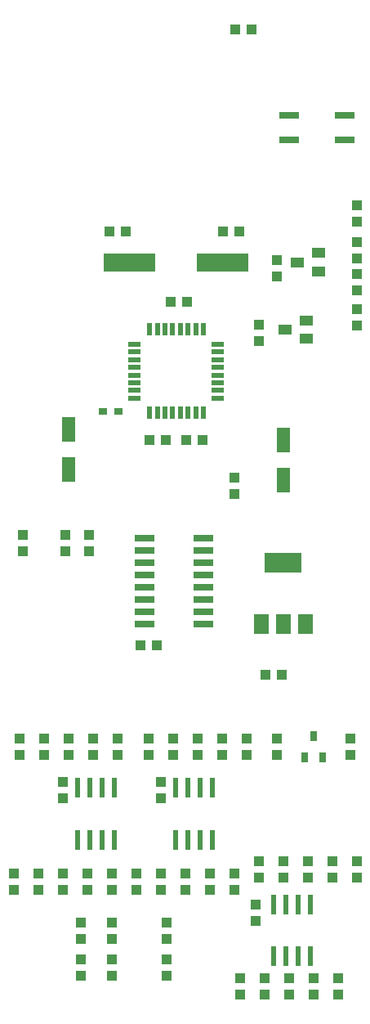
<source format=gtp>
G04 DipTrace 3.2.0.1*
G04 ugrids02.GTP*
%MOIN*%
G04 #@! TF.FileFunction,Paste,Top*
G04 #@! TF.Part,Single*
%AMOUTLINE0*
4,1,4,
-0.027559,0.051181,
-0.027559,-0.051181,
0.027559,-0.051181,
0.027559,0.051181,
-0.027559,0.051181,
0*%
%AMOUTLINE1*
4,1,4,
0.011,-0.025,
0.011,0.025,
-0.011,0.025,
-0.011,-0.025,
0.011,-0.025,
0*%
%AMOUTLINE2*
4,1,4,
0.025,-0.011,
0.025,0.011,
-0.025,0.011,
-0.025,-0.011,
0.025,-0.011,
0*%
%AMOUTLINE3*
4,1,4,
0.01378,0.019685,
-0.01378,0.019685,
-0.01378,-0.019685,
0.01378,-0.019685,
0.01378,0.019685,
0*%
%AMOUTLINE4*
4,1,4,
-0.04,0.013,
-0.04,-0.013,
0.04,-0.013,
0.04,0.013,
-0.04,0.013,
0*%
%AMOUTLINE5*
4,1,4,
0.0295,0.0395,
-0.0295,0.0395,
-0.0295,-0.0395,
0.0295,-0.0395,
0.0295,0.0395,
0*%
%AMOUTLINE6*
4,1,4,
0.075,0.0395,
-0.075,0.0395,
-0.075,-0.0395,
0.075,-0.0395,
0.075,0.0395,
0*%
%AMOUTLINE8*
4,1,4,
0.016732,0.01378,
-0.016732,0.01378,
-0.016732,-0.01378,
0.016732,-0.01378,
0.016732,0.01378,
0*%
%AMOUTLINE10*
4,1,4,
0.105,0.038,
-0.105,0.038,
-0.105,-0.038,
0.105,-0.038,
0.105,0.038,
0*%
%AMOUTLINE11*
4,1,4,
-0.027559,0.019685,
-0.027559,-0.019685,
0.027559,-0.019685,
0.027559,0.019685,
-0.027559,0.019685,
0*%
%ADD25R,0.043307X0.03937*%
%ADD26R,0.03937X0.043307*%
%ADD29R,0.023622X0.07874*%
%ADD47R,0.078583X0.031339*%
%ADD68OUTLINE0*%
%ADD69OUTLINE1*%
%ADD70OUTLINE2*%
%ADD71OUTLINE3*%
%ADD72OUTLINE4*%
%ADD73OUTLINE5*%
%ADD74OUTLINE6*%
%ADD76OUTLINE8*%
%ADD78OUTLINE10*%
%ADD79OUTLINE11*%
%FSLAX26Y26*%
G04*
G70*
G90*
G75*
G01*
G04 TopPaste*
%LPD*%
D68*
X692178Y2962313D3*
Y2800896D3*
D25*
X1321214Y3769104D3*
X1388143D3*
X1108714Y3481604D3*
X1175643D3*
X1496214Y1962855D3*
X1563143D3*
X1171214Y2919104D3*
X1238143D3*
X1021214D3*
X1088143D3*
X925643Y3769104D3*
X858714D3*
D26*
X1542178Y1635640D3*
Y1702569D3*
X1454678Y1027569D3*
Y960640D3*
X1667178Y1202569D3*
Y1135640D3*
D25*
X983714Y2081604D3*
X1050643D3*
D26*
X1217178Y1702569D3*
Y1635640D3*
X1067178Y1527569D3*
Y1460640D3*
X792178Y1702569D3*
Y1635640D3*
X1592178Y660640D3*
Y727569D3*
X967178Y1085640D3*
Y1152569D3*
X667178Y1085640D3*
Y1152569D3*
Y1527569D3*
Y1460640D3*
D68*
X1567178Y2918564D3*
Y2757146D3*
D69*
X1242178Y3369104D3*
X1210682D3*
X1179186D3*
X1147690D3*
X1116194D3*
X1084698D3*
X1053202D3*
X1021706D3*
D70*
X962942Y3310341D3*
Y3278845D3*
Y3247348D3*
Y3215852D3*
Y3184356D3*
Y3152860D3*
Y3121364D3*
Y3089868D3*
D69*
X1021706Y3031104D3*
X1053202D3*
X1084698D3*
X1116194D3*
X1147690D3*
X1179186D3*
X1210682D3*
X1242178D3*
D70*
X1300942Y3089868D3*
Y3121364D3*
Y3152860D3*
Y3184356D3*
Y3215852D3*
Y3247348D3*
Y3278845D3*
Y3310341D3*
D71*
X1654777Y1625797D3*
X1729580D3*
X1692178Y1712411D3*
D29*
X1529678Y815167D3*
X1579678D3*
X1629678D3*
X1679678D3*
Y1027766D3*
X1629678D3*
X1579678D3*
X1529678D3*
X1129678Y1290167D3*
X1179678D3*
X1229678D3*
X1279678D3*
Y1502766D3*
X1229678D3*
X1179678D3*
X1129678D3*
X729678Y1290167D3*
X779678D3*
X829678D3*
X879678D3*
Y1502766D3*
X829678D3*
X779678D3*
X729678D3*
D72*
X1242178Y2169104D3*
Y2219104D3*
Y2269104D3*
Y2319104D3*
Y2369104D3*
Y2419104D3*
Y2469104D3*
Y2519104D3*
X1000178D3*
Y2469104D3*
Y2419104D3*
Y2369104D3*
Y2319104D3*
Y2269104D3*
Y2219104D3*
Y2169104D3*
D73*
X1478178Y2170104D3*
X1568178D3*
X1658178D3*
D74*
X1567178Y2418104D3*
D76*
X831745Y3037854D3*
X894737D3*
D78*
X942178Y3644104D3*
X1322178D3*
D79*
X1660485Y3331703D3*
X1573871Y3369104D3*
X1660485Y3406506D3*
X1710485Y3606703D3*
X1623871Y3644104D3*
X1710485Y3681506D3*
D26*
X1367178Y2698140D3*
Y2765069D3*
D25*
X1438143Y4594104D3*
X1371214D3*
D26*
X1542178Y3652569D3*
Y3585640D3*
X1467178Y3390069D3*
Y3323140D3*
X1842178Y1702569D3*
Y1635640D3*
X1867178Y3529390D3*
Y3596320D3*
Y3385640D3*
Y3452569D3*
Y3810640D3*
Y3877569D3*
Y3660640D3*
Y3727569D3*
X1567178Y1202569D3*
Y1135640D3*
X1767178D3*
Y1202569D3*
X1867178Y1135640D3*
Y1202569D3*
X1317178Y1702569D3*
Y1635640D3*
X1017178D3*
Y1702569D3*
X1117178Y1635640D3*
Y1702569D3*
X692178D3*
Y1635640D3*
X492178D3*
Y1702569D3*
X592178Y1635640D3*
Y1702569D3*
X1467178Y1135640D3*
Y1202569D3*
X1417178Y1635640D3*
Y1702569D3*
X892178Y1635640D3*
Y1702569D3*
X1392178Y727569D3*
Y660640D3*
X1267178Y1152569D3*
Y1085640D3*
X567178Y1152569D3*
Y1085640D3*
X1492178Y660640D3*
Y727569D3*
X1692178D3*
Y660640D3*
X1792178Y727569D3*
Y660640D3*
X1067178Y1085640D3*
Y1152569D3*
X1367178D3*
Y1085640D3*
X1167178Y1152569D3*
Y1085640D3*
X767178D3*
Y1152569D3*
X467178D3*
Y1085640D3*
X867178Y1152569D3*
Y1085640D3*
X773427Y2531604D3*
Y2464675D3*
X679678Y2531604D3*
Y2464675D3*
X504678Y2531604D3*
Y2464675D3*
X742178Y885640D3*
Y952569D3*
X867178Y885640D3*
Y952569D3*
X1092178Y735640D3*
Y802569D3*
X742178Y735640D3*
Y802569D3*
X867178Y735640D3*
Y802569D3*
X1092178Y885640D3*
Y952569D3*
D47*
X1817080Y4144006D3*
Y4244006D3*
X1592277D3*
Y4144006D3*
M02*

</source>
